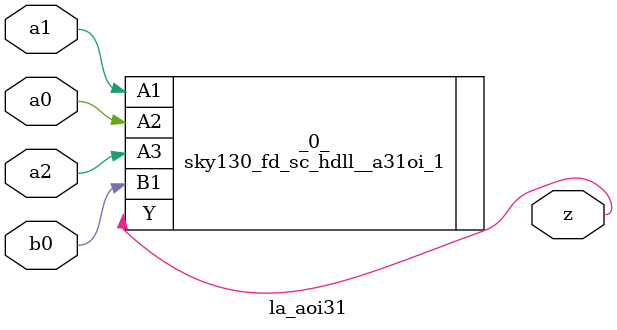
<source format=v>

/* Generated by Yosys 0.38+92 (git sha1 84116c9a3, x86_64-conda-linux-gnu-cc 11.2.0 -fvisibility-inlines-hidden -fmessage-length=0 -march=nocona -mtune=haswell -ftree-vectorize -fPIC -fstack-protector-strong -fno-plt -O2 -ffunction-sections -fdebug-prefix-map=/root/conda-eda/conda-eda/workdir/conda-env/conda-bld/yosys_1708682838165/work=/usr/local/src/conda/yosys-0.38_93_g84116c9a3 -fdebug-prefix-map=/user/projekt_pia/miniconda3/envs/sc=/usr/local/src/conda-prefix -fPIC -Os -fno-merge-constants) */

module la_aoi31(a0, a1, a2, b0, z);
  input a0;
  wire a0;
  input a1;
  wire a1;
  input a2;
  wire a2;
  input b0;
  wire b0;
  output z;
  wire z;
  sky130_fd_sc_hdll__a31oi_1 _0_ (
    .A1(a1),
    .A2(a0),
    .A3(a2),
    .B1(b0),
    .Y(z)
  );
endmodule

</source>
